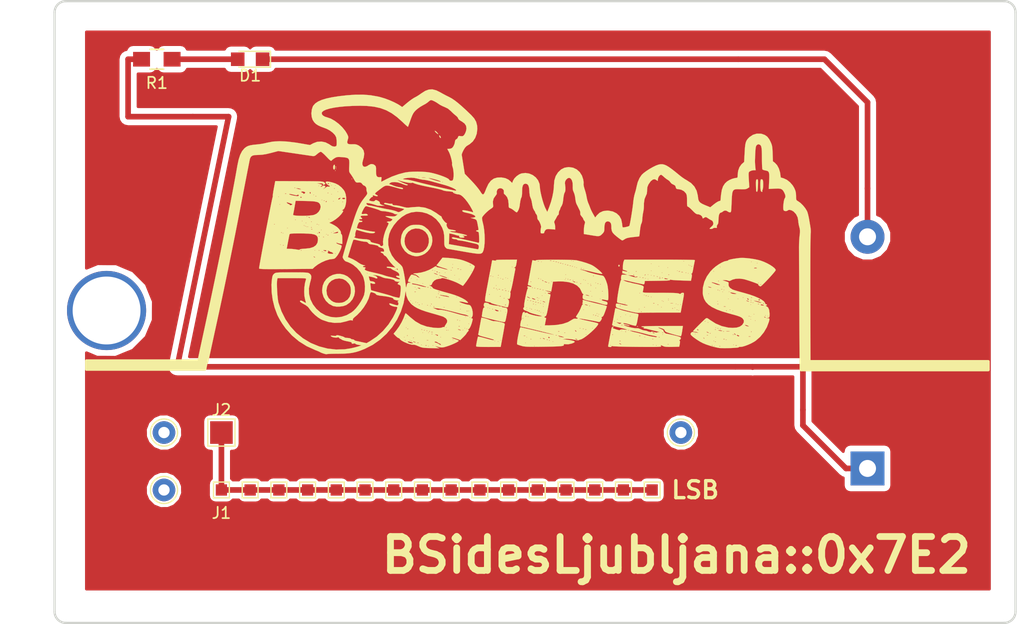
<source format=kicad_pcb>
(kicad_pcb (version 4) (host pcbnew 4.0.7)
  (title_block (title "Bsides Ljubljana Badge") (date 2018-02-09) (rev v2) (company brodul))
  (layers (0 F.Cu signal) (31 B.Cu signal) (34 B.Paste user) (35 F.Paste user) (36 B.SilkS user) (37 F.SilkS user) (38 B.Mask user) (39 F.Mask user) (44 Edge.Cuts user))
  (net 0 "")
  (net 1 "Net-(BT1-Pad2)")
  (net 2 "Net-(BT1-Pad1)")
  (net 3 "Net-(D1-Pad2)")
  (net 4 "Net-(J1-Pad1)")
  (module TestPoint:TestPoint_Pad_1.0x1.0mm (layer F.Cu) (at 144.145 91.44)
    (fp_text reference J1 hide)
    (fp_text value Conn_01x16 hide)
    (pad 1 smd rect (at 0 0) (size 1 1) (layers F.Cu F.Mask) (net 4 "Net-(J1-Pad1)"))
  )
  (module TestPoint:TestPoint_Pad_1.0x1.0mm (layer F.Cu) (at 141.605 91.44)
    (fp_text reference J1 hide)
    (fp_text value Conn_01x16 hide)
    (pad 1 smd rect (at 0 0) (size 1 1) (layers F.Cu F.Mask) (net 4 "Net-(J1-Pad1)"))
  )
  (module TestPoint:TestPoint_Pad_1.0x1.0mm (layer F.Cu) (at 139.065 91.44)
    (fp_text reference J1 hide)
    (fp_text value Conn_01x16 hide)
    (pad 1 smd rect (at 0 0) (size 1 1) (layers F.Cu F.Mask) (net 4 "Net-(J1-Pad1)"))
  )
  (module TestPoint:TestPoint_Pad_1.0x1.0mm (layer F.Cu) (at 136.525 91.44)
    (fp_text reference J1 hide)
    (fp_text value Conn_01x16 hide)
    (pad 1 smd rect (at 0 0) (size 1 1) (layers F.Cu F.Mask) (net 4 "Net-(J1-Pad1)"))
  )
  (module TestPoint:TestPoint_Pad_1.0x1.0mm (layer F.Cu) (at 133.985 91.44)
    (fp_text reference J1 hide)
    (fp_text value Conn_01x16 hide)
    (pad 1 smd rect (at 0 0) (size 1 1) (layers F.Cu F.Mask) (net 4 "Net-(J1-Pad1)"))
  )
  (module TestPoint:TestPoint_Pad_1.0x1.0mm (layer F.Cu) (at 131.445 91.44)
    (fp_text reference J1 hide)
    (fp_text value Conn_01x16 hide)
    (pad 1 smd rect (at 0 0) (size 1 1) (layers F.Cu F.Mask) (net 4 "Net-(J1-Pad1)"))
  )
  (module TestPoint:TestPoint_Pad_1.0x1.0mm (layer F.Cu) (at 128.905 91.44)
    (fp_text reference J1 hide)
    (fp_text value Conn_01x16 hide)
    (pad 1 smd rect (at 0 0) (size 1 1) (layers F.Cu F.Mask) (net 4 "Net-(J1-Pad1)"))
  )
  (module TestPoint:TestPoint_Pad_1.0x1.0mm (layer F.Cu) (at 126.365 91.44)
    (fp_text reference J1 hide)
    (fp_text value Conn_01x16 hide)
    (pad 1 smd rect (at 0 0) (size 1 1) (layers F.Cu F.Mask) (net 4 "Net-(J1-Pad1)"))
  )
  (module TestPoint:TestPoint_Pad_1.0x1.0mm (layer F.Cu) (at 123.825 91.44)
    (fp_text reference J1 hide)
    (fp_text value Conn_01x16 hide)
    (pad 1 smd rect (at 0 0) (size 1 1) (layers F.Cu F.Mask) (net 4 "Net-(J1-Pad1)"))
  )
  (module TestPoint:TestPoint_Pad_1.0x1.0mm (layer F.Cu) (at 121.285 91.44)
    (fp_text reference J1 hide)
    (fp_text value Conn_01x16 hide)
    (pad 1 smd rect (at 0 0) (size 1 1) (layers F.Cu F.Mask) (net 4 "Net-(J1-Pad1)"))
  )
  (module TestPoint:TestPoint_Pad_1.0x1.0mm (layer F.Cu) (at 118.745 91.44)
    (fp_text reference J1 hide)
    (fp_text value Conn_01x16 hide)
    (pad 1 smd rect (at 0 0) (size 1 1) (layers F.Cu F.Mask) (net 4 "Net-(J1-Pad1)"))
  )
  (module TestPoint:TestPoint_Pad_1.0x1.0mm (layer F.Cu) (at 116.205 91.44)
    (fp_text reference J1 hide)
    (fp_text value Conn_01x16 hide)
    (pad 1 smd rect (at 0 0) (size 1 1) (layers F.Cu F.Mask) (net 4 "Net-(J1-Pad1)"))
  )
  (module TestPoint:TestPoint_Pad_1.0x1.0mm (layer F.Cu) (at 113.665 91.44)
    (fp_text reference J1 hide)
    (fp_text value Conn_01x16 hide)
    (pad 1 smd rect (at 0 0) (size 1 1) (layers F.Cu F.Mask) (net 4 "Net-(J1-Pad1)"))
  )
  (module TestPoint:TestPoint_Pad_1.0x1.0mm (layer F.Cu) (at 111.125 91.44)
    (fp_text reference J1 hide)
    (fp_text value Conn_01x16 hide)
    (pad 1 smd rect (at 0 0) (size 1 1) (layers F.Cu F.Mask) (net 4 "Net-(J1-Pad1)"))
  )
  (module TestPoint:TestPoint_Pad_1.0x1.0mm (layer F.Cu) (at 108.585 91.44)
    (fp_text reference J1 hide)
    (fp_text value Conn_01x16 hide)
    (pad 1 smd rect (at 0 0) (size 1 1) (layers F.Cu F.Mask) (net 4 "Net-(J1-Pad1)"))
  )
  (module LEDs:LED_0805 (layer F.Cu) (at 108.585 53.34 180)
    (fp_text reference D1 (at 0 -1.45 180) (layer F.SilkS))
    (fp_text value LED)
    (pad 2 smd rect (at 1.1 0) (size 1.2 1.2) (layers F.Cu F.Paste F.Mask) (net 3 "Net-(D1-Pad2)"))
    (pad 1 smd rect (at -1.1 0) (size 1.2 1.2) (layers F.Cu F.Paste F.Mask) (net 1 "Net-(BT1-Pad2)"))
  )
  (module Resistors_SMD:R_0805_HandSoldering (layer F.Cu) (at 100.33 53.34 180)
    (fp_text reference R1 (at 0 -2.1 180) (layer F.SilkS))
    (fp_text value 56R)
    (pad 1 smd rect (at -1.35 0 180) (size 1.5 1.3) (layers F.Cu F.Paste F.Mask) (net 3 "Net-(D1-Pad2)"))
    (pad 2 smd rect (at 1.35 0 180) (size 1.5 1.3) (layers F.Cu F.Paste F.Mask) (net 2 "Net-(BT1-Pad1)"))
  )
  (module badge:CoinCell_no_silk (layer F.Cu) (at 163.195 89.535 90)
    (fp_text reference BT1)
    (fp_text value Battery_Cell)
    (pad 2 thru_hole circle (at 20.49 0 90) (size 3 3) (drill 1.5) (layers *.Cu *.Mask) (net 1 "Net-(BT1-Pad2)"))
    (pad 1 thru_hole rect (at 0 0 90) (size 3 3) (drill 1.5) (layers *.Cu *.Mask) (net 2 "Net-(BT1-Pad1)"))
  )
  (module graphics:bsides (layer F.Cu) (at 131.445 68.58)
    (fp_text reference G*** hide)
    (fp_text value LOGO hide)
  )
  (module badge:keychain_hole (layer F.Cu) (at 95.885 75.565)
    (fp_text reference REF**)
    (fp_text value keychain_hole)
    (pad 1 thru_hole circle (at 0 0) (size 7 7) (drill 6) (layers *.Cu *.Mask))
  )
  (module TestPoint:TestPoint_Pad_2.0x2.0mm (layer F.Cu) (at 106.045 86.36)
    (fp_text reference J2 (at 0 -1.998) (layer F.SilkS))
    (fp_text value Conn_01x01)
    (pad 1 smd rect (at 0 0) (size 2 2) (layers F.Cu F.Mask) (net 4 "Net-(J1-Pad1)"))
  )
  (module TestPoint:TestPoint_Pad_1.0x1.0mm (layer F.Cu) (at 106.045 91.44)
    (fp_text reference J1 (at 0 2.032 180) (layer F.SilkS))
    (fp_text value Conn_01x16 hide)
    (pad 1 smd rect (at 0 0) (size 1 1) (layers F.Cu F.Mask) (net 4 "Net-(J1-Pad1)"))
  )
  (module TestPoint:TestPoint_THTPad_D2.0mm_Drill1.0mm (layer F.Cu) (at 100.965 91.44)
    (fp_text reference REF**)
    (fp_text value TestPoint_THTPad_D2.0mm_Drill1.0mm)
    (pad 1 np_thru_hole circle (at 0 0) (size 2 2) (drill 1) (layers *.Cu *.Mask))
  )
  (module TestPoint:TestPoint_THTPad_D2.0mm_Drill1.0mm (layer F.Cu) (at 100.965 86.36)
    (fp_text reference REF**)
    (fp_text value TestPoint_THTPad_D2.0mm_Drill1.0mm)
    (pad 1 np_thru_hole circle (at 0 0) (size 2 2) (drill 1) (layers *.Cu *.Mask))
  )
  (module TestPoint:TestPoint_THTPad_D2.0mm_Drill1.0mm (layer F.Cu) (at 146.685 86.36)
    (fp_text reference REF**)
    (fp_text value TestPoint_THTPad_D2.0mm_Drill1.0mm)
    (pad 1 np_thru_hole circle (at 0 0) (size 2 2) (drill 1) (layers *.Cu *.Mask))
  )
  (gr_line (start 92.285 48.2) (end 175.285 48.2) (angle 90) (layer Edge.Cuts) (width 0.2))
  (gr_line (start 175.285 103.2) (end 92.285 103.2) (angle 90) (layer Edge.Cuts) (width 0.2))
  (gr_arc (start 175.285 102.2) (end 176.285 102.2) (angle 90) (layer Edge.Cuts) (width 0.2))
  (gr_arc (start 175.285 49.2) (end 175.285 48.2) (angle 90) (layer Edge.Cuts) (width 0.2))
  (gr_arc (start 92.285 49.2) (end 91.285 49.2) (angle 90) (layer Edge.Cuts) (width 0.2))
  (gr_arc (start 92.285 102.2) (end 92.285 103.2) (angle 90) (layer Edge.Cuts) (width 0.2))
  (gr_line (start 176.285 102.2) (end 176.285 49.2) (angle 90) (layer Edge.Cuts) (width 0.2))
  (gr_line (start 91.285 49.2) (end 91.285 102.2) (angle 90) (layer Edge.Cuts) (width 0.2))
  (gr_text LSB (at 147.955 91.44) (layer F.SilkS) (effects (font (size 1.5 1.5) (thickness 0.3))))
  (gr_text BSidesLjubljana::0x7E2 (at 146.285 97.2) (layer F.SilkS) (effects (font (size 3 3) (thickness 0.6))))
  (segment (start 163.195 64.77) (end 163.195 57.15) (width 0.5) (layer F.Cu) (net 1))
  (segment (start 109.685 53.34) (end 151.765 53.34) (width 0.5) (layer F.Cu) (net 1))
  (segment (start 163.195 64.77) (end 163.195 69.045) (width 0.5) (layer F.Cu) (net 1))
  (segment (start 159.385 53.34) (end 151.765 53.34) (width 0.5) (layer F.Cu) (net 1))
  (segment (start 163.195 57.15) (end 159.385 53.34) (width 0.5) (layer F.Cu) (net 1))
  (segment (start 157.48 84.3534) (end 157.48 85.725) (width 0.5) (layer F.Cu) (net 2))
  (segment (start 163.195 89.535) (end 161.29 89.535) (width 0.5) (layer F.Cu) (net 2))
  (segment (start 157.48 80.5434) (end 157.48 84.3534) (width 0.5) (layer F.Cu) (net 2))
  (segment (start 157.48 80.5434) (end 153.0096 80.5434) (width 0.5) (layer F.Cu) (net 2))
  (segment (start 157.48 85.725) (end 161.29 89.535) (width 0.5) (layer F.Cu) (net 2))
  (segment (start 151.511 80.5434) (end 153.0096 80.5434) (width 0.5) (layer F.Cu) (net 2))
  (segment (start 102.132351 80.5434) (end 106.68 58.42) (width 0.5) (layer F.Cu) (net 2))
  (segment (start 151.511 80.5434) (end 102.132351 80.5434) (width 0.5) (layer F.Cu) (net 2))
  (segment (start 103.505 58.42) (end 97.79 58.42) (width 0.5) (layer F.Cu) (net 2))
  (segment (start 97.79 58.42) (end 97.79 53.34) (width 0.5) (layer F.Cu) (net 2))
  (segment (start 98.98 53.34) (end 97.79 53.34) (width 0.5) (layer F.Cu) (net 2))
  (segment (start 106.68 58.42) (end 103.505 58.42) (width 0.5) (layer F.Cu) (net 2))
  (segment (start 153.0096 80.5434) (end 153.035 80.5688) (width 0.5) (layer F.Cu) (net 2))
  (segment (start 107.485 53.34) (end 101.68 53.34) (width 0.5) (layer F.Cu) (net 3))
  (segment (start 106.045 86.36) (end 106.045 91.44) (width 0.5) (layer F.Cu) (net 4))
  (segment (start 106.045 91.44) (end 108.585 91.44) (width 0.5) (layer F.Cu) (net 4))
  (segment (start 108.585 91.44) (end 111.125 91.44) (width 0.5) (layer F.Cu) (net 4))
  (segment (start 111.125 91.44) (end 113.665 91.44) (width 0.5) (layer F.Cu) (net 4))
  (segment (start 113.665 91.44) (end 116.205 91.44) (width 0.5) (layer F.Cu) (net 4))
  (segment (start 116.205 91.44) (end 118.745 91.44) (width 0.5) (layer F.Cu) (net 4))
  (segment (start 118.745 91.44) (end 121.285 91.44) (width 0.5) (layer F.Cu) (net 4))
  (segment (start 121.285 91.44) (end 123.825 91.44) (width 0.5) (layer F.Cu) (net 4))
  (segment (start 123.825 91.44) (end 126.365 91.44) (width 0.5) (layer F.Cu) (net 4))
  (segment (start 126.365 91.44) (end 128.905 91.44) (width 0.5) (layer F.Cu) (net 4))
  (segment (start 128.905 91.44) (end 131.445 91.44) (width 0.5) (layer F.Cu) (net 4))
  (segment (start 131.445 91.44) (end 133.985 91.44) (width 0.5) (layer F.Cu) (net 4))
  (segment (start 133.985 91.44) (end 136.525 91.44) (width 0.5) (layer F.Cu) (net 4))
  (segment (start 136.525 91.44) (end 139.065 91.44) (width 0.5) (layer F.Cu) (net 4))
  (segment (start 139.065 91.44) (end 141.605 91.44) (width 0.5) (layer F.Cu) (net 4))
  (segment (start 141.605 91.44) (end 144.145 91.44) (width 0.5) (layer F.Cu) (net 4))
  (zone (net 0) (net_name "") (layer F.Cu) (connect_pads (clearance 0.508)) (min_thickness 0.254) (fill yes (arc_segments 16) (thermal_gap 0.508) (thermal_bridge_width 0.508))
    (polygon (pts (xy 174.1 100.33) (xy 93.98 100.33) (xy 93.98 50.8) (xy 174.1 50.8)))
  )
  (zone (net 0) (net_name "") (layer F.SilkS) (connect_pads (clearance 0.508)) (min_thickness 0.254) (fill yes (arc_segments 16) (thermal_gap 0.508) (thermal_bridge_width 0.508))
    (polygon (pts (xy 104.6856 80.899) (xy 93.98 80.899) (xy 93.98 79.883) (xy 104.8888 79.883)))
  )
  (zone (net 0) (net_name "") (layer F.SilkS) (connect_pads (clearance 0.508)) (min_thickness 0.254) (fill yes (arc_segments 16) (thermal_gap 0.508) (thermal_bridge_width 0.508))
    (polygon (pts (xy 173.999 80.946) (xy 157.1841 80.946) (xy 157.1841 79.946) (xy 173.999 79.946)))
  )
)
</source>
